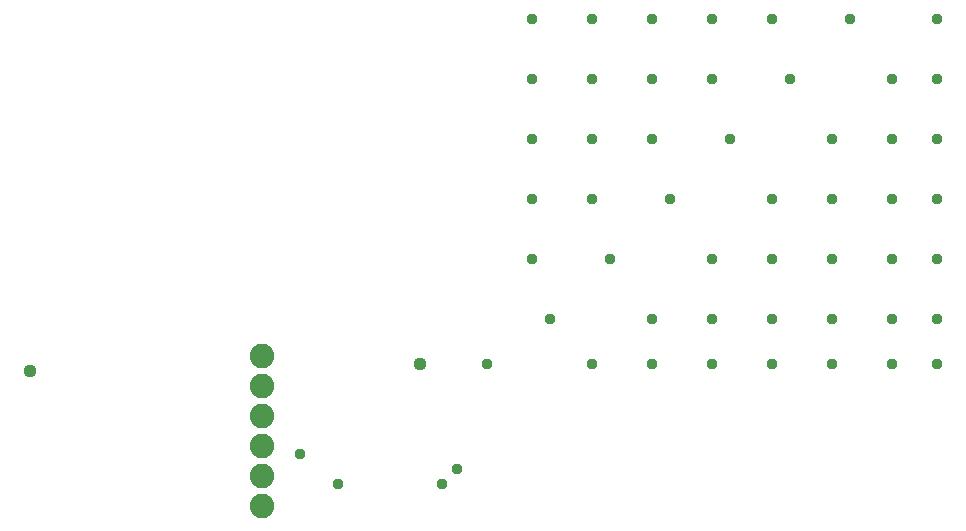
<source format=gbr>
G04 EAGLE Gerber RS-274X export*
G75*
%MOMM*%
%FSLAX34Y34*%
%LPD*%
%INSoldermask Bottom*%
%IPPOS*%
%AMOC8*
5,1,8,0,0,1.08239X$1,22.5*%
G01*
%ADD10C,2.082800*%
%ADD11C,0.959600*%
%ADD12C,1.109600*%


D10*
X292100Y107950D03*
X292100Y57150D03*
X292100Y158750D03*
X292100Y82550D03*
X292100Y133350D03*
X292100Y31750D03*
D11*
X323850Y76200D03*
D12*
X95250Y146050D03*
X425450Y152400D03*
D11*
X482600Y152400D03*
X863600Y152400D03*
X571500Y152400D03*
X622300Y152400D03*
X673100Y152400D03*
X723900Y152400D03*
X774700Y152400D03*
X825500Y152400D03*
X863600Y190500D03*
X535600Y190500D03*
X622300Y190500D03*
X673100Y190500D03*
X723900Y190500D03*
X774700Y190500D03*
X825500Y190500D03*
X520700Y241300D03*
X863600Y241300D03*
X673100Y241300D03*
X723900Y241300D03*
X774700Y241300D03*
X825500Y241300D03*
X586400Y241300D03*
X520700Y292100D03*
X863600Y292100D03*
X825500Y292100D03*
X774700Y292100D03*
X723900Y292100D03*
X571500Y292100D03*
X637200Y292100D03*
X520700Y444500D03*
X863600Y444500D03*
X571500Y444500D03*
X622300Y444500D03*
X673100Y444500D03*
X723900Y444500D03*
X789600Y444500D03*
X520700Y393700D03*
X863600Y393700D03*
X825500Y393700D03*
X571500Y393700D03*
X622300Y393700D03*
X673100Y393700D03*
X738800Y393700D03*
X520700Y342900D03*
X863600Y342900D03*
X825500Y342900D03*
X774700Y342900D03*
X622300Y342900D03*
X688000Y342900D03*
X571500Y342900D03*
X444500Y50800D03*
X356080Y50800D03*
X457200Y63500D03*
M02*

</source>
